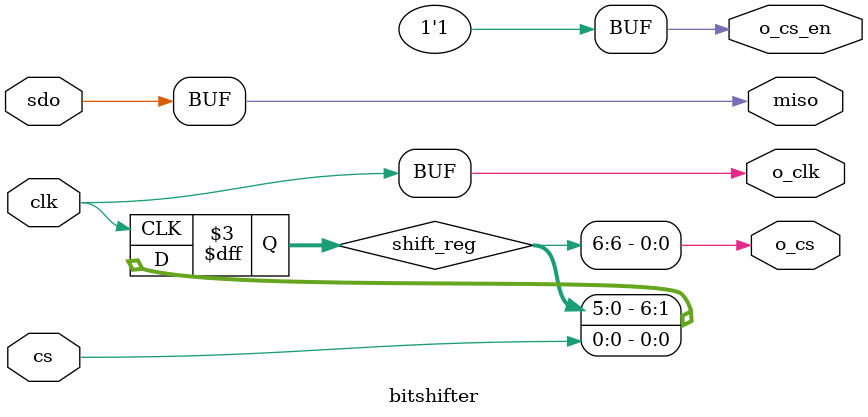
<source format=v>
 module bitshifter (
  input clk,
  input cs,
  input sdo,
  output miso,
  output o_clk,
  output o_cs,
  output o_cs_en
);
  reg [6:0] shift_reg = 7'b0000000;
  assign o_cs = shift_reg[6];
  assign o_cs_en = 1'b1;
  assign o_clk = clk;
  assign miso = sdo;
  always @(posedge clk) begin
    shift_reg <= {shift_reg[5:0], cs};
  end
endmodule

</source>
